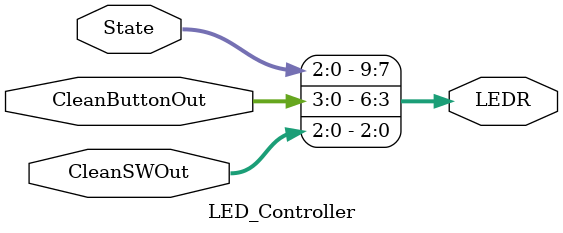
<source format=v>
module LED_Controller(
	input  wire [2:0] State,
	input  wire [2:0] CleanSWOut,
	input  wire [3:0] CleanButtonOut,

	output wire [9:0] LEDR
);

assign LEDR[9:7] = State;
assign LEDR[2:0] = CleanSWOut;

assign LEDR[6:3] = CleanButtonOut;

endmodule

</source>
